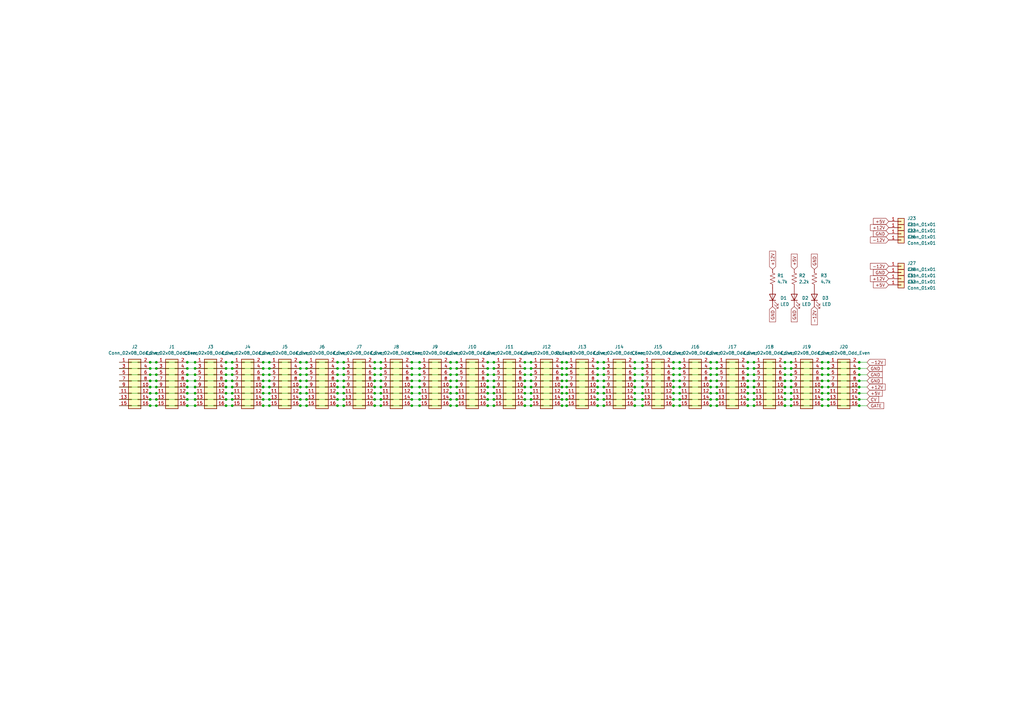
<source format=kicad_sch>
(kicad_sch (version 20230121) (generator eeschema)
  (paper "A3")
  (lib_symbols
    (symbol "Connector_Generic:Conn_01x01" (pin_names (offset 1.016) hide)
      (property "Reference" "J" (at 0 2.54 0))
      (property "Value" "Conn_01x01" (at 0 -2.54 0))
      (symbol "Conn_01x01_1_1"
        (rectangle (start -1.27 0.127) (end 0 -0.127) (stroke (width 0.1524)))
        (rectangle (start -1.27 1.27) (end 1.27 -1.27) (stroke (width 0.254)) (fill (type background)))
        (pin passive line (at -5.08 0 0) (length 3.81) (name "Pin_1") (number "1"))
      )
    )
    (symbol "Connector_Generic:Conn_02x08_Odd_Even" (pin_names (offset 1.016) hide)
      (property "Reference" "J" (at 1.27 10.16 0))
      (property "Value" "Conn_02x08_Odd_Even" (at 1.27 -12.7 0))
      (symbol "Conn_02x08_Odd_Even_1_1"
        (rectangle (start -1.27 -10.033) (end 0 -10.287) (stroke (width 0.1524)))
        (rectangle (start -1.27 -7.493) (end 0 -7.747) (stroke (width 0.1524)))
        (rectangle (start -1.27 -4.953) (end 0 -5.207) (stroke (width 0.1524)))
        (rectangle (start -1.27 -2.413) (end 0 -2.667) (stroke (width 0.1524)))
        (rectangle (start -1.27 0.127) (end 0 -0.127) (stroke (width 0.1524)))
        (rectangle (start -1.27 2.667) (end 0 2.413) (stroke (width 0.1524)))
        (rectangle (start -1.27 5.207) (end 0 4.953) (stroke (width 0.1524)))
        (rectangle (start -1.27 7.747) (end 0 7.493) (stroke (width 0.1524)))
        (rectangle (start -1.27 8.89) (end 3.81 -11.43) (stroke (width 0.254)) (fill (type background)))
        (rectangle (start 3.81 -10.033) (end 2.54 -10.287) (stroke (width 0.1524)))
        (rectangle (start 3.81 -7.493) (end 2.54 -7.747) (stroke (width 0.1524)))
        (rectangle (start 3.81 -4.953) (end 2.54 -5.207) (stroke (width 0.1524)))
        (rectangle (start 3.81 -2.413) (end 2.54 -2.667) (stroke (width 0.1524)))
        (rectangle (start 3.81 0.127) (end 2.54 -0.127) (stroke (width 0.1524)))
        (rectangle (start 3.81 2.667) (end 2.54 2.413) (stroke (width 0.1524)))
        (rectangle (start 3.81 5.207) (end 2.54 4.953) (stroke (width 0.1524)))
        (rectangle (start 3.81 7.747) (end 2.54 7.493) (stroke (width 0.1524)))
        (pin passive line (at -5.08 7.62 0) (length 3.81) (name "Pin_1") (number "1"))
        (pin passive line (at 7.62 -2.54 180) (length 3.81) (name "Pin_10") (number "10"))
        (pin passive line (at -5.08 -5.08 0) (length 3.81) (name "Pin_11") (number "11"))
        (pin passive line (at 7.62 -5.08 180) (length 3.81) (name "Pin_12") (number "12"))
        (pin passive line (at -5.08 -7.62 0) (length 3.81) (name "Pin_13") (number "13"))
        (pin passive line (at 7.62 -7.62 180) (length 3.81) (name "Pin_14") (number "14"))
        (pin passive line (at -5.08 -10.16 0) (length 3.81) (name "Pin_15") (number "15"))
        (pin passive line (at 7.62 -10.16 180) (length 3.81) (name "Pin_16") (number "16"))
        (pin passive line (at 7.62 7.62 180) (length 3.81) (name "Pin_2") (number "2"))
        (pin passive line (at -5.08 5.08 0) (length 3.81) (name "Pin_3") (number "3"))
        (pin passive line (at 7.62 5.08 180) (length 3.81) (name "Pin_4") (number "4"))
        (pin passive line (at -5.08 2.54 0) (length 3.81) (name "Pin_5") (number "5"))
        (pin passive line (at 7.62 2.54 180) (length 3.81) (name "Pin_6") (number "6"))
        (pin passive line (at -5.08 0 0) (length 3.81) (name "Pin_7") (number "7"))
        (pin passive line (at 7.62 0 180) (length 3.81) (name "Pin_8") (number "8"))
        (pin passive line (at -5.08 -2.54 0) (length 3.81) (name "Pin_9") (number "9"))
      )
    )
    (symbol "Device:LED" (pin_numbers hide) (pin_names (offset 1.016) hide)
      (property "Reference" "D" (at 0 2.54 0))
      (property "Value" "LED" (at 0 -2.54 0))
      (symbol "LED_0_1"
        (polyline (pts (xy -1.27 -1.27) (xy -1.27 1.27)) (stroke (width 0.254)))
        (polyline (pts (xy -1.27 0) (xy 1.27 0)))
        (polyline (pts (xy 1.27 -1.27) (xy 1.27 1.27) (xy -1.27 0) (xy 1.27 -1.27)) (stroke (width 0.254)))
        (polyline (pts (xy -3.048 -0.762) (xy -4.572 -2.286) (xy -3.81 -2.286) (xy -4.572 -2.286) (xy -4.572 -1.524)))
        (polyline (pts (xy -1.778 -0.762) (xy -3.302 -2.286) (xy -2.54 -2.286) (xy -3.302 -2.286) (xy -3.302 -1.524)))
      )
      (symbol "LED_1_1"
        (pin passive line (at -3.81 0 0) (length 2.54) (name "K") (number "1"))
        (pin passive line (at 3.81 0 180) (length 2.54) (name "A") (number "2"))
      )
    )
    (symbol "Device:R_US" (pin_numbers hide) (pin_names (offset 0))
      (property "Reference" "R" (at 2.54 0 90))
      (property "Value" "R_US" (at -2.54 0 90))
      (symbol "R_US_0_1"
        (polyline (pts (xy 0 -2.286) (xy 0 -2.54)))
        (polyline (pts (xy 0 2.286) (xy 0 2.54)))
        (polyline (pts (xy 0 -0.762) (xy 1.016 -1.143) (xy 0 -1.524) (xy -1.016 -1.905) (xy 0 -2.286)))
        (polyline (pts (xy 0 0.762) (xy 1.016 0.381) (xy 0 0) (xy -1.016 -0.381) (xy 0 -0.762)))
        (polyline (pts (xy 0 2.286) (xy 1.016 1.905) (xy 0 1.524) (xy -1.016 1.143) (xy 0 0.762)))
      )
      (symbol "R_US_1_1"
        (pin passive line (at 0 3.81 270) (length 1.27) (name "~") (number "1"))
        (pin passive line (at 0 -3.81 90) (length 1.27) (name "~") (number "2"))
      )
    )
  )
  (junction (at 76.835 166.37))
  (junction (at 324.485 163.83))
  (junction (at 324.485 158.75))
  (junction (at 187.325 151.13))
  (junction (at 202.565 156.21))
  (junction (at 263.525 158.75))
  (junction (at 339.725 163.83))
  (junction (at 61.595 163.83))
  (junction (at 168.91 151.13))
  (junction (at 123.19 153.67))
  (junction (at 168.91 153.67))
  (junction (at 64.135 156.21))
  (junction (at 138.43 153.67))
  (junction (at 339.725 148.59))
  (junction (at 306.705 158.75))
  (junction (at 168.91 148.59))
  (junction (at 140.97 151.13))
  (junction (at 92.71 163.83))
  (junction (at 294.005 151.13))
  (junction (at 172.085 161.29))
  (junction (at 123.19 156.21))
  (junction (at 140.97 158.75))
  (junction (at 245.11 156.21))
  (junction (at 263.525 148.59))
  (junction (at 321.945 158.75))
  (junction (at 276.225 163.83))
  (junction (at 200.025 166.37))
  (junction (at 92.71 156.21))
  (junction (at 309.245 158.75))
  (junction (at 247.65 153.67))
  (junction (at 215.265 153.67))
  (junction (at 138.43 156.21))
  (junction (at 247.65 161.29))
  (junction (at 80.01 161.29))
  (junction (at 278.765 161.29))
  (junction (at 245.11 161.29))
  (junction (at 217.805 151.13))
  (junction (at 324.485 161.29))
  (junction (at 200.025 161.29))
  (junction (at 247.65 158.75))
  (junction (at 156.21 161.29))
  (junction (at 294.005 161.29))
  (junction (at 123.19 158.75))
  (junction (at 245.11 148.59))
  (junction (at 168.91 161.29))
  (junction (at 276.225 151.13))
  (junction (at 232.41 158.75))
  (junction (at 291.465 148.59))
  (junction (at 202.565 158.75))
  (junction (at 232.41 166.37))
  (junction (at 306.705 151.13))
  (junction (at 230.505 151.13))
  (junction (at 276.225 158.75))
  (junction (at 187.325 158.75))
  (junction (at 245.11 153.67))
  (junction (at 260.35 153.67))
  (junction (at 291.465 166.37))
  (junction (at 217.805 166.37))
  (junction (at 64.135 158.75))
  (junction (at 276.225 156.21))
  (junction (at 217.805 163.83))
  (junction (at 110.49 156.21))
  (junction (at 324.485 166.37))
  (junction (at 153.67 151.13))
  (junction (at 95.25 158.75))
  (junction (at 337.185 163.83))
  (junction (at 230.505 161.29))
  (junction (at 260.35 163.83))
  (junction (at 321.945 151.13))
  (junction (at 138.43 148.59))
  (junction (at 278.765 158.75))
  (junction (at 187.325 148.59))
  (junction (at 168.91 166.37))
  (junction (at 92.71 148.59))
  (junction (at 153.67 166.37))
  (junction (at 187.325 161.29))
  (junction (at 247.65 166.37))
  (junction (at 339.725 151.13))
  (junction (at 260.35 161.29))
  (junction (at 172.085 163.83))
  (junction (at 324.485 148.59))
  (junction (at 156.21 166.37))
  (junction (at 80.01 148.59))
  (junction (at 187.325 166.37))
  (junction (at 80.01 158.75))
  (junction (at 247.65 148.59))
  (junction (at 138.43 163.83))
  (junction (at 156.21 158.75))
  (junction (at 168.91 158.75))
  (junction (at 107.95 153.67))
  (junction (at 245.11 158.75))
  (junction (at 76.835 151.13))
  (junction (at 321.945 163.83))
  (junction (at 215.265 158.75))
  (junction (at 200.025 163.83))
  (junction (at 337.185 153.67))
  (junction (at 276.225 153.67))
  (junction (at 291.465 153.67))
  (junction (at 92.71 161.29))
  (junction (at 123.19 148.59))
  (junction (at 64.135 161.29))
  (junction (at 184.785 153.67))
  (junction (at 172.085 148.59))
  (junction (at 217.805 158.75))
  (junction (at 172.085 156.21))
  (junction (at 321.945 156.21))
  (junction (at 337.185 151.13))
  (junction (at 215.265 151.13))
  (junction (at 352.425 156.21))
  (junction (at 125.73 163.83))
  (junction (at 80.01 163.83))
  (junction (at 110.49 153.67))
  (junction (at 352.425 166.37))
  (junction (at 278.765 151.13))
  (junction (at 95.25 153.67))
  (junction (at 187.325 153.67))
  (junction (at 276.225 166.37))
  (junction (at 184.785 166.37))
  (junction (at 140.97 161.29))
  (junction (at 140.97 166.37))
  (junction (at 184.785 163.83))
  (junction (at 200.025 158.75))
  (junction (at 80.01 166.37))
  (junction (at 61.595 153.67))
  (junction (at 107.95 166.37))
  (junction (at 187.325 156.21))
  (junction (at 352.425 163.83))
  (junction (at 352.425 148.59))
  (junction (at 324.485 156.21))
  (junction (at 123.19 161.29))
  (junction (at 291.465 158.75))
  (junction (at 260.35 156.21))
  (junction (at 232.41 153.67))
  (junction (at 184.785 156.21))
  (junction (at 95.25 151.13))
  (junction (at 278.765 153.67))
  (junction (at 309.245 153.67))
  (junction (at 321.945 153.67))
  (junction (at 215.265 161.29))
  (junction (at 95.25 156.21))
  (junction (at 230.505 163.83))
  (junction (at 168.91 163.83))
  (junction (at 125.73 166.37))
  (junction (at 217.805 161.29))
  (junction (at 278.765 156.21))
  (junction (at 110.49 161.29))
  (junction (at 232.41 163.83))
  (junction (at 107.95 161.29))
  (junction (at 230.505 156.21))
  (junction (at 153.67 156.21))
  (junction (at 110.49 166.37))
  (junction (at 172.085 166.37))
  (junction (at 184.785 151.13))
  (junction (at 110.49 158.75))
  (junction (at 291.465 163.83))
  (junction (at 80.01 151.13))
  (junction (at 278.765 166.37))
  (junction (at 110.49 151.13))
  (junction (at 76.835 156.21))
  (junction (at 138.43 151.13))
  (junction (at 263.525 153.67))
  (junction (at 263.525 156.21))
  (junction (at 232.41 161.29))
  (junction (at 230.505 158.75))
  (junction (at 337.185 158.75))
  (junction (at 294.005 153.67))
  (junction (at 215.265 166.37))
  (junction (at 247.65 151.13))
  (junction (at 232.41 148.59))
  (junction (at 309.245 163.83))
  (junction (at 202.565 151.13))
  (junction (at 92.71 153.67))
  (junction (at 339.725 166.37))
  (junction (at 156.21 156.21))
  (junction (at 138.43 166.37))
  (junction (at 247.65 163.83))
  (junction (at 110.49 148.59))
  (junction (at 123.19 163.83))
  (junction (at 352.425 161.29))
  (junction (at 324.485 151.13))
  (junction (at 200.025 151.13))
  (junction (at 125.73 161.29))
  (junction (at 278.765 163.83))
  (junction (at 184.785 158.75))
  (junction (at 95.25 161.29))
  (junction (at 306.705 163.83))
  (junction (at 337.185 161.29))
  (junction (at 291.465 151.13))
  (junction (at 80.01 153.67))
  (junction (at 61.595 148.59))
  (junction (at 276.225 161.29))
  (junction (at 309.245 148.59))
  (junction (at 291.465 161.29))
  (junction (at 61.595 158.75))
  (junction (at 260.35 148.59))
  (junction (at 172.085 158.75))
  (junction (at 107.95 156.21))
  (junction (at 294.005 166.37))
  (junction (at 321.945 148.59))
  (junction (at 306.705 148.59))
  (junction (at 306.705 153.67))
  (junction (at 140.97 163.83))
  (junction (at 202.565 163.83))
  (junction (at 140.97 153.67))
  (junction (at 339.725 153.67))
  (junction (at 202.565 153.67))
  (junction (at 263.525 166.37))
  (junction (at 156.21 151.13))
  (junction (at 61.595 151.13))
  (junction (at 217.805 153.67))
  (junction (at 95.25 148.59))
  (junction (at 245.11 166.37))
  (junction (at 92.71 151.13))
  (junction (at 352.425 151.13))
  (junction (at 260.35 151.13))
  (junction (at 125.73 153.67))
  (junction (at 306.705 156.21))
  (junction (at 321.945 166.37))
  (junction (at 107.95 158.75))
  (junction (at 153.67 163.83))
  (junction (at 156.21 153.67))
  (junction (at 156.21 163.83))
  (junction (at 294.005 156.21))
  (junction (at 309.245 161.29))
  (junction (at 61.595 161.29))
  (junction (at 184.785 148.59))
  (junction (at 156.21 148.59))
  (junction (at 172.085 153.67))
  (junction (at 215.265 156.21))
  (junction (at 309.245 151.13))
  (junction (at 352.425 153.67))
  (junction (at 200.025 156.21))
  (junction (at 138.43 161.29))
  (junction (at 125.73 148.59))
  (junction (at 95.25 163.83))
  (junction (at 215.265 148.59))
  (junction (at 140.97 148.59))
  (junction (at 80.01 156.21))
  (junction (at 202.565 161.29))
  (junction (at 92.71 166.37))
  (junction (at 95.25 166.37))
  (junction (at 125.73 151.13))
  (junction (at 76.835 153.67))
  (junction (at 306.705 161.29))
  (junction (at 107.95 163.83))
  (junction (at 76.835 158.75))
  (junction (at 153.67 161.29))
  (junction (at 92.71 158.75))
  (junction (at 153.67 153.67))
  (junction (at 245.11 151.13))
  (junction (at 294.005 163.83))
  (junction (at 339.725 161.29))
  (junction (at 125.73 158.75))
  (junction (at 245.11 163.83))
  (junction (at 321.945 161.29))
  (junction (at 276.225 148.59))
  (junction (at 232.41 151.13))
  (junction (at 294.005 148.59))
  (junction (at 217.805 148.59))
  (junction (at 230.505 148.59))
  (junction (at 200.025 153.67))
  (junction (at 184.785 161.29))
  (junction (at 107.95 148.59))
  (junction (at 337.185 166.37))
  (junction (at 168.91 156.21))
  (junction (at 64.135 163.83))
  (junction (at 76.835 148.59))
  (junction (at 153.67 158.75))
  (junction (at 291.465 156.21))
  (junction (at 306.705 166.37))
  (junction (at 61.595 156.21))
  (junction (at 263.525 151.13))
  (junction (at 247.65 156.21))
  (junction (at 64.135 166.37))
  (junction (at 309.245 156.21))
  (junction (at 260.35 166.37))
  (junction (at 202.565 166.37))
  (junction (at 202.565 148.59))
  (junction (at 263.525 161.29))
  (junction (at 215.265 163.83))
  (junction (at 230.505 153.67))
  (junction (at 64.135 151.13))
  (junction (at 138.43 158.75))
  (junction (at 187.325 163.83))
  (junction (at 352.425 158.75))
  (junction (at 260.35 158.75))
  (junction (at 64.135 148.59))
  (junction (at 232.41 156.21))
  (junction (at 337.185 148.59))
  (junction (at 294.005 158.75))
  (junction (at 278.765 148.59))
  (junction (at 324.485 153.67))
  (junction (at 140.97 156.21))
  (junction (at 153.67 148.59))
  (junction (at 123.19 151.13))
  (junction (at 110.49 163.83))
  (junction (at 61.595 166.37))
  (junction (at 123.19 166.37))
  (junction (at 76.835 163.83))
  (junction (at 263.525 163.83))
  (junction (at 172.085 151.13))
  (junction (at 200.025 148.59))
  (junction (at 230.505 166.37))
  (junction (at 64.135 153.67))
  (junction (at 76.835 161.29))
  (junction (at 339.725 158.75))
  (junction (at 309.245 166.37))
  (junction (at 339.725 156.21))
  (junction (at 217.805 156.21))
  (junction (at 125.73 156.21))
  (junction (at 337.185 156.21))
  (junction (at 107.95 151.13))
  (wire (pts (xy 291.465 163.83) (xy 278.765 163.83)))
  (wire (pts (xy 278.765 161.29) (xy 276.225 161.29)))
  (wire (pts (xy 64.135 153.67) (xy 61.595 153.67)))
  (wire (pts (xy 138.43 163.83) (xy 125.73 163.83)))
  (wire (pts (xy 291.465 156.21) (xy 278.765 156.21)))
  (wire (pts (xy 291.465 158.75) (xy 278.765 158.75)))
  (wire (pts (xy 247.65 163.83) (xy 245.11 163.83)))
  (wire (pts (xy 200.025 166.37) (xy 187.325 166.37)))
  (wire (pts (xy 64.135 161.29) (xy 61.595 161.29)))
  (wire (pts (xy 294.005 151.13) (xy 291.465 151.13)))
  (wire (pts (xy 215.265 166.37) (xy 202.565 166.37)))
  (wire (pts (xy 324.485 156.21) (xy 321.945 156.21)))
  (wire (pts (xy 337.185 161.29) (xy 324.485 161.29)))
  (wire (pts (xy 76.835 156.21) (xy 64.135 156.21)))
  (wire (pts (xy 64.135 166.37) (xy 61.595 166.37)))
  (wire (pts (xy 168.91 153.67) (xy 156.21 153.67)))
  (wire (pts (xy 200.025 158.75) (xy 187.325 158.75)))
  (wire (pts (xy 217.805 161.29) (xy 215.265 161.29)))
  (wire (pts (xy 230.505 156.21) (xy 217.805 156.21)))
  (wire (pts (xy 217.805 158.75) (xy 215.265 158.75)))
  (wire (pts (xy 339.725 148.59) (xy 337.185 148.59)))
  (wire (pts (xy 245.11 156.21) (xy 232.41 156.21)))
  (wire (pts (xy 125.73 153.67) (xy 123.19 153.67)))
  (wire (pts (xy 352.425 151.13) (xy 339.725 151.13)))
  (wire (pts (xy 107.95 151.13) (xy 95.25 151.13)))
  (wire (pts (xy 200.025 153.67) (xy 187.325 153.67)))
  (wire (pts (xy 309.245 166.37) (xy 306.705 166.37)))
  (wire (pts (xy 263.525 161.29) (xy 260.35 161.29)))
  (wire (pts (xy 260.35 151.13) (xy 247.65 151.13)))
  (wire (pts (xy 260.35 161.29) (xy 247.65 161.29)))
  (wire (pts (xy 184.785 163.83) (xy 172.085 163.83)))
  (wire (pts (xy 187.325 158.75) (xy 184.785 158.75)))
  (wire (pts (xy 355.6 166.37) (xy 352.425 166.37)))
  (wire (pts (xy 172.085 166.37) (xy 168.91 166.37)))
  (wire (pts (xy 80.01 148.59) (xy 76.835 148.59)))
  (wire (pts (xy 168.91 161.29) (xy 156.21 161.29)))
  (wire (pts (xy 123.19 158.75) (xy 110.49 158.75)))
  (wire (pts (xy 140.97 156.21) (xy 138.43 156.21)))
  (wire (pts (xy 138.43 166.37) (xy 125.73 166.37)))
  (wire (pts (xy 291.465 166.37) (xy 278.765 166.37)))
  (wire (pts (xy 355.6 156.21) (xy 352.425 156.21)))
  (wire (pts (xy 138.43 156.21) (xy 125.73 156.21)))
  (wire (pts (xy 168.91 166.37) (xy 156.21 166.37)))
  (wire (pts (xy 230.505 163.83) (xy 217.805 163.83)))
  (wire (pts (xy 110.49 161.29) (xy 107.95 161.29)))
  (wire (pts (xy 168.91 163.83) (xy 156.21 163.83)))
  (wire (pts (xy 125.73 163.83) (xy 123.19 163.83)))
  (wire (pts (xy 215.265 158.75) (xy 202.565 158.75)))
  (wire (pts (xy 247.65 161.29) (xy 245.11 161.29)))
  (wire (pts (xy 110.49 153.67) (xy 107.95 153.67)))
  (wire (pts (xy 187.325 151.13) (xy 184.785 151.13)))
  (wire (pts (xy 263.525 166.37) (xy 260.35 166.37)))
  (wire (pts (xy 92.71 153.67) (xy 80.01 153.67)))
  (wire (pts (xy 125.73 151.13) (xy 123.19 151.13)))
  (wire (pts (xy 230.505 158.75) (xy 217.805 158.75)))
  (wire (pts (xy 230.505 153.67) (xy 217.805 153.67)))
  (wire (pts (xy 92.71 156.21) (xy 80.01 156.21)))
  (wire (pts (xy 215.265 153.67) (xy 202.565 153.67)))
  (wire (pts (xy 306.705 153.67) (xy 294.005 153.67)))
  (wire (pts (xy 260.35 148.59) (xy 247.65 148.59)))
  (wire (pts (xy 355.6 153.67) (xy 352.425 153.67)))
  (wire (pts (xy 306.705 161.29) (xy 294.005 161.29)))
  (wire (pts (xy 172.085 163.83) (xy 168.91 163.83)))
  (wire (pts (xy 153.67 161.29) (xy 140.97 161.29)))
  (wire (pts (xy 291.465 161.29) (xy 278.765 161.29)))
  (wire (pts (xy 309.245 148.59) (xy 306.705 148.59)))
  (wire (pts (xy 306.705 158.75) (xy 294.005 158.75)))
  (wire (pts (xy 172.085 156.21) (xy 168.91 156.21)))
  (wire (pts (xy 153.67 151.13) (xy 156.21 151.13)))
  (wire (pts (xy 92.71 161.29) (xy 95.25 161.29)))
  (wire (pts (xy 339.725 151.13) (xy 337.185 151.13)))
  (wire (pts (xy 200.025 156.21) (xy 187.325 156.21)))
  (wire (pts (xy 339.725 153.67) (xy 337.185 153.67)))
  (wire (pts (xy 95.25 163.83) (xy 92.71 163.83)))
  (wire (pts (xy 202.565 166.37) (xy 200.025 166.37)))
  (wire (pts (xy 140.97 153.67) (xy 138.43 153.67)))
  (wire (pts (xy 215.265 148.59) (xy 202.565 148.59)))
  (wire (pts (xy 352.425 148.59) (xy 339.725 148.59)))
  (wire (pts (xy 80.01 166.37) (xy 76.835 166.37)))
  (wire (pts (xy 260.35 153.67) (xy 247.65 153.67)))
  (wire (pts (xy 215.265 151.13) (xy 202.565 151.13)))
  (wire (pts (xy 92.71 148.59) (xy 80.01 148.59)))
  (wire (pts (xy 61.595 166.37) (xy 48.895 166.37)))
  (wire (pts (xy 140.97 156.21) (xy 153.67 156.21)))
  (wire (pts (xy 217.805 156.21) (xy 215.265 156.21)))
  (wire (pts (xy 110.49 158.75) (xy 107.95 158.75)))
  (wire (pts (xy 217.805 148.59) (xy 215.265 148.59)))
  (wire (pts (xy 156.21 148.59) (xy 153.67 148.59)))
  (wire (pts (xy 309.245 151.13) (xy 306.705 151.13)))
  (wire (pts (xy 294.005 156.21) (xy 291.465 156.21)))
  (wire (pts (xy 184.785 166.37) (xy 172.085 166.37)))
  (wire (pts (xy 138.43 161.29) (xy 125.73 161.29)))
  (wire (pts (xy 80.01 151.13) (xy 76.835 151.13)))
  (wire (pts (xy 263.525 153.67) (xy 260.35 153.67)))
  (wire (pts (xy 123.19 166.37) (xy 110.49 166.37)))
  (wire (pts (xy 138.43 153.67) (xy 125.73 153.67)))
  (wire (pts (xy 61.595 163.83) (xy 48.895 163.83)))
  (wire (pts (xy 184.785 148.59) (xy 172.085 148.59)))
  (wire (pts (xy 107.95 153.67) (xy 95.25 153.67)))
  (wire (pts (xy 260.35 166.37) (xy 247.65 166.37)))
  (wire (pts (xy 202.565 158.75) (xy 200.025 158.75)))
  (wire (pts (xy 125.73 156.21) (xy 123.19 156.21)))
  (wire (pts (xy 153.67 153.67) (xy 140.97 153.67)))
  (wire (pts (xy 125.73 148.59) (xy 123.19 148.59)))
  (wire (pts (xy 110.49 151.13) (xy 107.95 151.13)))
  (wire (pts (xy 168.91 156.21) (xy 156.21 156.21)))
  (wire (pts (xy 321.945 153.67) (xy 309.245 153.67)))
  (wire (pts (xy 260.35 158.75) (xy 247.65 158.75)))
  (wire (pts (xy 76.835 158.75) (xy 64.135 158.75)))
  (wire (pts (xy 153.67 163.83) (xy 140.97 163.83)))
  (wire (pts (xy 291.465 148.59) (xy 278.765 148.59)))
  (wire (pts (xy 230.505 161.29) (xy 217.805 161.29)))
  (wire (pts (xy 321.945 166.37) (xy 309.245 166.37)))
  (wire (pts (xy 187.325 161.29) (xy 184.785 161.29)))
  (wire (pts (xy 140.97 158.75) (xy 138.43 158.75)))
  (wire (pts (xy 156.21 151.13) (xy 168.91 151.13)))
  (wire (pts (xy 276.225 156.21) (xy 263.525 156.21)))
  (wire (pts (xy 217.805 151.13) (xy 215.265 151.13)))
  (wire (pts (xy 200.025 163.83) (xy 187.325 163.83)))
  (wire (pts (xy 352.425 163.83) (xy 339.725 163.83)))
  (wire (pts (xy 125.73 158.75) (xy 123.19 158.75)))
  (wire (pts (xy 125.73 161.29) (xy 123.19 161.29)))
  (wire (pts (xy 80.01 153.67) (xy 76.835 153.67)))
  (wire (pts (xy 107.95 148.59) (xy 95.25 148.59)))
  (wire (pts (xy 321.945 161.29) (xy 309.245 161.29)))
  (wire (pts (xy 140.97 163.83) (xy 138.43 163.83)))
  (wire (pts (xy 138.43 151.13) (xy 125.73 151.13)))
  (wire (pts (xy 215.265 163.83) (xy 202.565 163.83)))
  (wire (pts (xy 64.135 148.59) (xy 61.595 148.59)))
  (wire (pts (xy 276.225 148.59) (xy 278.765 148.59)))
  (wire (pts (xy 140.97 148.59) (xy 138.43 148.59)))
  (wire (pts (xy 245.11 163.83) (xy 232.41 163.83)))
  (wire (pts (xy 352.425 166.37) (xy 339.725 166.37)))
  (wire (pts (xy 232.41 153.67) (xy 230.505 153.67)))
  (wire (pts (xy 107.95 163.83) (xy 95.25 163.83)))
  (wire (pts (xy 202.565 148.59) (xy 200.025 148.59)))
  (wire (pts (xy 245.11 151.13) (xy 232.41 151.13)))
  (wire (pts (xy 95.25 158.75) (xy 92.71 158.75)))
  (wire (pts (xy 202.565 163.83) (xy 200.025 163.83)))
  (wire (pts (xy 339.725 163.83) (xy 337.185 163.83)))
  (wire (pts (xy 294.005 161.29) (xy 291.465 161.29)))
  (wire (pts (xy 278.765 151.13) (xy 276.225 151.13)))
  (wire (pts (xy 202.565 161.29) (xy 200.025 161.29)))
  (wire (pts (xy 309.245 163.83) (xy 306.705 163.83)))
  (wire (pts (xy 321.945 148.59) (xy 324.485 148.59)))
  (wire (pts (xy 247.65 163.83) (xy 260.35 163.83)))
  (wire (pts (xy 276.225 166.37) (xy 263.525 166.37)))
  (wire (pts (xy 172.085 161.29) (xy 168.91 161.29)))
  (wire (pts (xy 247.65 153.67) (xy 245.11 153.67)))
  (wire (pts (xy 276.225 151.13) (xy 263.525 151.13)))
  (wire (pts (xy 306.705 163.83) (xy 294.005 163.83)))
  (wire (pts (xy 153.67 166.37) (xy 140.97 166.37)))
  (wire (pts (xy 232.41 158.75) (xy 230.505 158.75)))
  (wire (pts (xy 215.265 161.29) (xy 202.565 161.29)))
  (wire (pts (xy 232.41 161.29) (xy 230.505 161.29)))
  (wire (pts (xy 156.21 161.29) (xy 153.67 161.29)))
  (wire (pts (xy 337.185 158.75) (xy 324.485 158.75)))
  (wire (pts (xy 245.11 158.75) (xy 232.41 158.75)))
  (wire (pts (xy 276.225 158.75) (xy 263.525 158.75)))
  (wire (pts (xy 92.71 161.29) (xy 80.01 161.29)))
  (wire (pts (xy 324.485 163.83) (xy 321.945 163.83)))
  (wire (pts (xy 291.465 153.67) (xy 278.765 153.67)))
  (wire (pts (xy 153.67 151.13) (xy 140.97 151.13)))
  (wire (pts (xy 138.43 148.59) (xy 125.73 148.59)))
  (wire (pts (xy 76.835 163.83) (xy 64.135 163.83)))
  (wire (pts (xy 245.11 148.59) (xy 232.41 148.59)))
  (wire (pts (xy 125.73 166.37) (xy 123.19 166.37)))
  (wire (pts (xy 260.35 158.75) (xy 263.525 158.75)))
  (wire (pts (xy 187.325 163.83) (xy 184.785 163.83)))
  (wire (pts (xy 352.425 158.75) (xy 339.725 158.75)))
  (wire (pts (xy 232.41 151.13) (xy 230.505 151.13)))
  (wire (pts (xy 321.945 163.83) (xy 309.245 163.83)))
  (wire (pts (xy 337.185 148.59) (xy 324.485 148.59)))
  (wire (pts (xy 352.425 156.21) (xy 339.725 156.21)))
  (wire (pts (xy 140.97 161.29) (xy 138.43 161.29)))
  (wire (pts (xy 123.19 151.13) (xy 110.49 151.13)))
  (wire (pts (xy 107.95 158.75) (xy 95.25 158.75)))
  (wire (pts (xy 200.025 148.59) (xy 187.325 148.59)))
  (wire (pts (xy 107.95 161.29) (xy 95.25 161.29)))
  (wire (pts (xy 92.71 163.83) (xy 80.01 163.83)))
  (wire (pts (xy 61.595 151.13) (xy 48.895 151.13)))
  (wire (pts (xy 140.97 148.59) (xy 153.67 148.59)))
  (wire (pts (xy 61.595 153.67) (xy 48.895 153.67)))
  (wire (pts (xy 355.6 158.75) (xy 352.425 158.75)))
  (wire (pts (xy 352.425 153.67) (xy 339.725 153.67)))
  (wire (pts (xy 202.565 151.13) (xy 200.025 151.13)))
  (wire (pts (xy 324.485 151.13) (xy 321.945 151.13)))
  (wire (pts (xy 184.785 158.75) (xy 172.085 158.75)))
  (wire (pts (xy 291.465 151.13) (xy 278.765 151.13)))
  (wire (pts (xy 123.19 161.29) (xy 110.49 161.29)))
  (wire (pts (xy 172.085 151.13) (xy 168.91 151.13)))
  (wire (pts (xy 217.805 166.37) (xy 215.265 166.37)))
  (wire (pts (xy 215.265 156.21) (xy 202.565 156.21)))
  (wire (pts (xy 153.67 158.75) (xy 140.97 158.75)))
  (wire (pts (xy 339.725 161.29) (xy 337.185 161.29)))
  (wire (pts (xy 138.43 158.75) (xy 125.73 158.75)))
  (wire (pts (xy 156.21 153.67) (xy 153.67 153.67)))
  (wire (pts (xy 230.505 148.59) (xy 232.41 148.59)))
  (wire (pts (xy 107.95 166.37) (xy 95.25 166.37)))
  (wire (pts (xy 110.49 163.83) (xy 107.95 163.83)))
  (wire (pts (xy 337.185 151.13) (xy 324.485 151.13)))
  (wire (pts (xy 76.835 151.13) (xy 64.135 151.13)))
  (wire (pts (xy 294.005 158.75) (xy 291.465 158.75)))
  (wire (pts (xy 321.945 156.21) (xy 309.245 156.21)))
  (wire (pts (xy 95.25 151.13) (xy 92.71 151.13)))
  (wire (pts (xy 263.525 151.13) (xy 260.35 151.13)))
  (wire (pts (xy 247.65 151.13) (xy 245.11 151.13)))
  (wire (pts (xy 184.785 151.13) (xy 172.085 151.13)))
  (wire (pts (xy 80.01 156.21) (xy 76.835 156.21)))
  (wire (pts (xy 184.785 161.29) (xy 172.085 161.29)))
  (wire (pts (xy 61.595 158.75) (xy 48.895 158.75)))
  (wire (pts (xy 61.595 156.21) (xy 48.895 156.21)))
  (wire (pts (xy 245.11 166.37) (xy 232.41 166.37)))
  (wire (pts (xy 306.705 156.21) (xy 294.005 156.21)))
  (wire (pts (xy 200.025 151.13) (xy 187.325 151.13)))
  (wire (pts (xy 172.085 158.75) (xy 168.91 158.75)))
  (wire (pts (xy 294.005 163.83) (xy 291.465 163.83)))
  (wire (pts (xy 337.185 166.37) (xy 324.485 166.37)))
  (wire (pts (xy 321.945 148.59) (xy 309.245 148.59)))
  (wire (pts (xy 321.945 158.75) (xy 309.245 158.75)))
  (wire (pts (xy 110.49 148.59) (xy 107.95 148.59)))
  (wire (pts (xy 247.65 158.75) (xy 245.11 158.75)))
  (wire (pts (xy 276.225 156.21) (xy 278.765 156.21)))
  (wire (pts (xy 355.6 163.83) (xy 352.425 163.83)))
  (wire (pts (xy 355.6 161.29) (xy 352.425 161.29)))
  (wire (pts (xy 230.505 151.13) (xy 217.805 151.13)))
  (wire (pts (xy 337.185 163.83) (xy 324.485 163.83)))
  (wire (pts (xy 276.225 148.59) (xy 263.525 148.59)))
  (wire (pts (xy 95.25 156.21) (xy 92.71 156.21)))
  (wire (pts (xy 245.11 148.59) (xy 247.65 148.59)))
  (wire (pts (xy 294.005 153.67) (xy 291.465 153.67)))
  (wire (pts (xy 80.01 161.29) (xy 76.835 161.29)))
  (wire (pts (xy 80.01 158.75) (xy 76.835 158.75)))
  (wire (pts (xy 76.835 148.59) (xy 64.135 148.59)))
  (wire (pts (xy 355.6 148.59) (xy 352.425 148.59)))
  (wire (pts (xy 245.11 153.67) (xy 232.41 153.67)))
  (wire (pts (xy 64.135 156.21) (xy 61.595 156.21)))
  (wire (pts (xy 337.185 153.67) (xy 324.485 153.67)))
  (wire (pts (xy 168.91 158.75) (xy 156.21 158.75)))
  (wire (pts (xy 309.245 153.67) (xy 306.705 153.67)))
  (wire (pts (xy 184.785 153.67) (xy 172.085 153.67)))
  (wire (pts (xy 217.805 153.67) (xy 215.265 153.67)))
  (wire (pts (xy 263.525 163.83) (xy 260.35 163.83)))
  (wire (pts (xy 187.325 153.67) (xy 184.785 153.67)))
  (wire (pts (xy 324.485 158.75) (xy 321.945 158.75)))
  (wire (pts (xy 278.765 166.37) (xy 276.225 166.37)))
  (wire (pts (xy 321.945 151.13) (xy 309.245 151.13)))
  (wire (pts (xy 156.21 158.75) (xy 153.67 158.75)))
  (wire (pts (xy 263.525 156.21) (xy 260.35 156.21)))
  (wire (pts (xy 309.245 161.29) (xy 306.705 161.29)))
  (wire (pts (xy 306.705 151.13) (xy 294.005 151.13)))
  (wire (pts (xy 156.21 156.21) (xy 153.67 156.21)))
  (wire (pts (xy 309.245 156.21) (xy 306.705 156.21)))
  (wire (pts (xy 172.085 148.59) (xy 168.91 148.59)))
  (wire (pts (xy 172.085 156.21) (xy 184.785 156.21)))
  (wire (pts (xy 306.705 166.37) (xy 294.005 166.37)))
  (wire (pts (xy 230.505 166.37) (xy 217.805 166.37)))
  (wire (pts (xy 247.65 156.21) (xy 245.11 156.21)))
  (wire (pts (xy 232.41 156.21) (xy 230.505 156.21)))
  (wire (pts (xy 110.49 166.37) (xy 107.95 166.37)))
  (wire (pts (xy 95.25 166.37) (xy 92.71 166.37)))
  (wire (pts (xy 232.41 163.83) (xy 230.505 163.83)))
  (wire (pts (xy 306.705 148.59) (xy 294.005 148.59)))
  (wire (pts (xy 110.49 153.67) (xy 123.19 153.67)))
  (wire (pts (xy 202.565 153.67) (xy 200.025 153.67)))
  (wire (pts (xy 278.765 158.75) (xy 276.225 158.75)))
  (wire (pts (xy 278.765 163.83) (xy 276.225 163.83)))
  (wire (pts (xy 92.71 166.37) (xy 80.01 166.37)))
  (wire (pts (xy 123.19 163.83) (xy 110.49 163.83)))
  (wire (pts (xy 276.225 153.67) (xy 263.525 153.67)))
  (wire (pts (xy 76.835 166.37) (xy 64.135 166.37)))
  (wire (pts (xy 64.135 151.13) (xy 61.595 151.13)))
  (wire (pts (xy 76.835 161.29) (xy 64.135 161.29)))
  (wire (pts (xy 168.91 148.59) (xy 156.21 148.59)))
  (wire (pts (xy 61.595 148.59) (xy 48.895 148.59)))
  (wire (pts (xy 107.95 156.21) (xy 95.25 156.21)))
  (wire (pts (xy 217.805 163.83) (xy 215.265 163.83)))
  (wire (pts (xy 337.185 156.21) (xy 324.485 156.21)))
  (wire (pts (xy 187.325 156.21) (xy 184.785 156.21)))
  (wire (pts (xy 64.135 163.83) (xy 61.595 163.83)))
  (wire (pts (xy 123.19 156.21) (xy 110.49 156.21)))
  (wire (pts (xy 95.25 153.67) (xy 92.71 153.67)))
  (wire (pts (xy 260.35 156.21) (xy 247.65 156.21)))
  (wire (pts (xy 355.6 151.13) (xy 352.425 151.13)))
  (wire (pts (xy 92.71 158.75) (xy 80.01 158.75)))
  (wire (pts (xy 110.49 156.21) (xy 107.95 156.21)))
  (wire (pts (xy 339.725 156.21) (xy 337.185 156.21)))
  (wire (pts (xy 339.725 158.75) (xy 337.185 158.75)))
  (wire (pts (xy 123.19 148.59) (xy 110.49 148.59)))
  (wire (pts (xy 324.485 166.37) (xy 321.945 166.37)))
  (wire (pts (xy 352.425 161.29) (xy 339.725 161.29)))
  (wire (pts (xy 61.595 161.29) (xy 48.895 161.29)))
  (wire (pts (xy 80.01 163.83) (xy 76.835 163.83)))
  (wire (pts (xy 276.225 161.29) (xy 263.525 161.29)))
  (wire (pts (xy 187.325 166.37) (xy 184.785 166.37)))
  (wire (pts (xy 140.97 166.37) (xy 138.43 166.37)))
  (wire (pts (xy 324.485 153.67) (xy 321.945 153.67)))
  (wire (pts (xy 76.835 153.67) (xy 64.135 153.67)))
  (wire (pts (xy 202.565 156.21) (xy 200.025 156.21)))
  (wire (pts (xy 245.11 161.29) (xy 232.41 161.29)))
  (wire (pts (xy 339.725 166.37) (xy 337.185 166.37)))
  (wire (pts (xy 92.71 151.13) (xy 80.01 151.13)))
  (wire (pts (xy 95.25 148.59) (xy 92.71 148.59)))
  (wire (pts (xy 172.085 153.67) (xy 168.91 153.67)))
  (wire (pts (xy 200.025 161.29) (xy 187.325 161.29)))
  (wire (pts (xy 153.67 166.37) (xy 156.21 166.37)))
  (wire (pts (xy 309.245 158.75) (xy 306.705 158.75)))
  (wire (pts (xy 294.005 166.37) (xy 291.465 166.37)))
  (wire (pts (xy 294.005 148.59) (xy 291.465 148.59)))
  (wire (pts (xy 324.485 161.29) (xy 321.945 161.29)))
  (wire (pts (xy 232.41 166.37) (xy 230.505 166.37)))
  (wire (pts (xy 64.135 158.75) (xy 61.595 158.75)))
  (wire (pts (xy 276.225 163.83) (xy 263.525 163.83)))
  (wire (pts (xy 140.97 151.13) (xy 138.43 151.13)))
  (wire (pts (xy 187.325 148.59) (xy 184.785 148.59)))
  (wire (pts (xy 247.65 166.37) (xy 245.11 166.37)))
  (wire (pts (xy 230.505 148.59) (xy 217.805 148.59)))
  (wire (pts (xy 263.525 148.59) (xy 260.35 148.59)))
  (wire (pts (xy 278.765 153.67) (xy 276.225 153.67)))
  (wire (pts (xy 156.21 163.83) (xy 153.67 163.83)))
  (global_label "+5V" (shape input) (at 355.6 161.29 0) (property "Intersheetrefs" "${INTERSHEET_REFS}" (effects hide)))
  (global_label "GND" (shape input) (at 364.49 95.885 180) (property "Intersheetrefs" "${INTERSHEET_REFS}" (effects hide)))
  (global_label "GND" (shape input) (at 316.865 125.73 270) (property "Intersheetrefs" "${INTERSHEET_REFS}" (effects hide)))
  (global_label "+5V" (shape input) (at 364.49 90.805 180) (property "Intersheetrefs" "${INTERSHEET_REFS}" (effects hide)))
  (global_label "+12V" (shape input) (at 316.865 110.49 90) (property "Intersheetrefs" "${INTERSHEET_REFS}" (effects hide)))
  (global_label "GND" (shape input) (at 355.6 151.13 0) (property "Intersheetrefs" "${INTERSHEET_REFS}" (effects hide)))
  (global_label "CV" (shape input) (at 355.6 163.83 0) (property "Intersheetrefs" "${INTERSHEET_REFS}" (effects hide)))
  (global_label "-12V" (shape input) (at 334.01 125.73 270) (property "Intersheetrefs" "${INTERSHEET_REFS}" (effects hide)))
  (global_label "+12V" (shape input) (at 364.49 114.3 180) (property "Intersheetrefs" "${INTERSHEET_REFS}" (effects hide)))
  (global_label "+12V" (shape input) (at 364.49 93.345 180) (property "Intersheetrefs" "${INTERSHEET_REFS}" (effects hide)))
  (global_label "GND" (shape input) (at 334.01 110.49 90) (property "Intersheetrefs" "${INTERSHEET_REFS}" (effects hide)))
  (global_label "-12V" (shape input) (at 355.6 148.59 0) (property "Intersheetrefs" "${INTERSHEET_REFS}" (effects hide)))
  (global_label "GATE" (shape input) (at 355.6 166.37 0) (property "Intersheetrefs" "${INTERSHEET_REFS}" (effects hide)))
  (global_label "-12V" (shape input) (at 364.49 109.22 180) (property "Intersheetrefs" "${INTERSHEET_REFS}" (effects hide)))
  (global_label "GND" (shape input) (at 355.6 153.67 0) (property "Intersheetrefs" "${INTERSHEET_REFS}" (effects hide)))
  (global_label "GND" (shape input) (at 325.755 125.73 270) (property "Intersheetrefs" "${INTERSHEET_REFS}" (effects hide)))
  (global_label "GND" (shape input) (at 364.49 111.76 180) (property "Intersheetrefs" "${INTERSHEET_REFS}" (effects hide)))
  (global_label "+5V" (shape input) (at 364.49 116.84 180) (property "Intersheetrefs" "${INTERSHEET_REFS}" (effects hide)))
  (global_label "+12V" (shape input) (at 355.6 158.75 0) (property "Intersheetrefs" "${INTERSHEET_REFS}" (effects hide)))
  (global_label "-12V" (shape input) (at 364.49 98.425 180) (property "Intersheetrefs" "${INTERSHEET_REFS}" (effects hide)))
  (global_label "GND" (shape input) (at 355.6 156.21 0) (property "Intersheetrefs" "${INTERSHEET_REFS}" (effects hide)))
  (global_label "+5V" (shape input) (at 325.755 110.49 90) (property "Intersheetrefs" "${INTERSHEET_REFS}" (effects hide)))
  (symbol (lib_id "Connector_Generic:Conn_02x08_Odd_Even") (at 252.73 156.21 0) (unit 1)
    (property "Reference" "J14" (at 254 142.24 0))
    (property "Value" "Conn_02x08_Odd_Even" (at 254 144.78 0))
    (property "Footprint" "Connector_IDC:IDC-Header_2x08_P2.54mm_Vertical" (effects hide))
  )
  (symbol (lib_id "Connector_Generic:Conn_02x08_Odd_Even") (at 146.05 156.21 0) (unit 1)
    (property "Reference" "J7" (at 147.32 142.24 0))
    (property "Value" "Conn_02x08_Odd_Even" (at 147.32 144.78 0))
    (property "Footprint" "Connector_IDC:IDC-Header_2x08_P2.54mm_Vertical" (effects hide))
  )
  (symbol (lib_id "Connector_Generic:Conn_02x08_Odd_Even") (at 344.805 156.21 0) (unit 1)
    (property "Reference" "J20" (at 346.075 142.24 0))
    (property "Value" "Conn_02x08_Odd_Even" (at 346.075 144.78 0))
    (property "Footprint" "Connector_IDC:IDC-Header_2x08_P2.54mm_Vertical" (effects hide))
  )
  (symbol (lib_id "Connector_Generic:Conn_01x01") (at 369.57 90.805 0) (unit 1)
    (property "Reference" "J23" (at 372.11 89.535 0) (effects (justify left)))
    (property "Value" "Conn_01x01" (at 372.11 92.075 0) (effects (justify left)))
    (property "Footprint" "AlexCustom:SPADE" (effects hide))
  )
  (symbol (lib_id "Connector_Generic:Conn_02x08_Odd_Even") (at 53.975 156.21 0) (unit 1)
    (property "Reference" "J2" (at 55.245 142.24 0))
    (property "Value" "Conn_02x08_Odd_Even" (at 55.245 144.78 0))
    (property "Footprint" "Connector_IDC:IDC-Header_2x08_P2.54mm_Vertical" (effects hide))
  )
  (symbol (lib_id "Connector_Generic:Conn_02x08_Odd_Even") (at 69.215 156.21 0) (unit 1)
    (property "Reference" "J1" (at 70.485 142.24 0))
    (property "Value" "Conn_02x08_Odd_Even" (at 70.485 144.78 0))
    (property "Footprint" "Connector_IDC:IDC-Header_2x08_P2.54mm_Vertical" (effects hide))
  )
  (symbol (lib_id "Connector_Generic:Conn_02x08_Odd_Even") (at 192.405 156.21 0) (unit 1)
    (property "Reference" "J10" (at 193.675 142.24 0))
    (property "Value" "Conn_02x08_Odd_Even" (at 193.675 144.78 0))
    (property "Footprint" "Connector_IDC:IDC-Header_2x08_P2.54mm_Vertical" (effects hide))
  )
  (symbol (lib_id "Connector_Generic:Conn_02x08_Odd_Even") (at 100.33 156.21 0) (unit 1)
    (property "Reference" "J4" (at 101.6 142.24 0))
    (property "Value" "Conn_02x08_Odd_Even" (at 101.6 144.78 0))
    (property "Footprint" "Connector_IDC:IDC-Header_2x08_P2.54mm_Vertical" (effects hide))
  )
  (symbol (lib_id "Device:R_US") (at 325.755 114.3 0) (unit 1)
    (property "Reference" "R2" (at 327.66 113.03 0) (effects (justify left)))
    (property "Value" "2.2k" (at 327.66 115.57 0) (effects (justify left)))
    (property "Footprint" "Resistor_THT:R_Axial_DIN0207_L6.3mm_D2.5mm_P7.62mm_Horizontal" (effects hide))
  )
  (symbol (lib_id "Connector_Generic:Conn_01x01") (at 369.57 116.84 0) (unit 1)
    (property "Reference" "J32" (at 372.11 115.57 0) (effects (justify left)))
    (property "Value" "Conn_01x01" (at 372.11 118.11 0) (effects (justify left)))
    (property "Footprint" "AlexCustom:SPADE" (effects hide))
  )
  (symbol (lib_id "Connector_Generic:Conn_01x01") (at 369.57 95.885 0) (unit 1)
    (property "Reference" "J22" (at 372.11 94.615 0) (effects (justify left)))
    (property "Value" "Conn_01x01" (at 372.11 97.155 0) (effects (justify left)))
    (property "Footprint" "AlexCustom:SPADE" (effects hide))
  )
  (symbol (lib_id "Connector_Generic:Conn_01x01") (at 369.57 93.345 0) (unit 1)
    (property "Reference" "J21" (at 372.11 92.075 0) (effects (justify left)))
    (property "Value" "Conn_01x01" (at 372.11 94.615 0) (effects (justify left)))
    (property "Footprint" "AlexCustom:SPADE" (effects hide))
  )
  (symbol (lib_id "Connector_Generic:Conn_02x08_Odd_Even") (at 237.49 156.21 0) (unit 1)
    (property "Reference" "J13" (at 238.76 142.24 0))
    (property "Value" "Conn_02x08_Odd_Even" (at 238.76 144.78 0))
    (property "Footprint" "Connector_IDC:IDC-Header_2x08_P2.54mm_Vertical" (effects hide))
  )
  (symbol (lib_id "Device:R_US") (at 334.01 114.3 0) (unit 1)
    (property "Reference" "R3" (at 336.55 113.03 0) (effects (justify left)))
    (property "Value" "4.7k" (at 336.55 115.57 0) (effects (justify left)))
    (property "Footprint" "Resistor_THT:R_Axial_DIN0207_L6.3mm_D2.5mm_P7.62mm_Horizontal" (effects hide))
  )
  (symbol (lib_id "Device:R_US") (at 316.865 114.3 0) (unit 1)
    (property "Reference" "R1" (at 318.77 113.03 0) (effects (justify left)))
    (property "Value" "4.7k" (at 318.77 115.57 0) (effects (justify left)))
    (property "Footprint" "Resistor_THT:R_Axial_DIN0207_L6.3mm_D2.5mm_P7.62mm_Horizontal" (effects hide))
  )
  (symbol (lib_id "Connector_Generic:Conn_01x01") (at 369.57 98.425 0) (unit 1)
    (property "Reference" "J26" (at 372.11 97.155 0) (effects (justify left)))
    (property "Value" "Conn_01x01" (at 372.11 99.695 0) (effects (justify left)))
    (property "Footprint" "AlexCustom:SPADE" (effects hide))
  )
  (symbol (lib_id "Connector_Generic:Conn_02x08_Odd_Even") (at 115.57 156.21 0) (unit 1)
    (property "Reference" "J5" (at 116.84 142.24 0))
    (property "Value" "Conn_02x08_Odd_Even" (at 116.84 144.78 0))
    (property "Footprint" "Connector_IDC:IDC-Header_2x08_P2.54mm_Vertical" (effects hide))
  )
  (symbol (lib_id "Connector_Generic:Conn_02x08_Odd_Even") (at 177.165 156.21 0) (unit 1)
    (property "Reference" "J9" (at 178.435 142.24 0))
    (property "Value" "Conn_02x08_Odd_Even" (at 178.435 144.78 0))
    (property "Footprint" "Connector_IDC:IDC-Header_2x08_P2.54mm_Vertical" (effects hide))
  )
  (symbol (lib_id "Connector_Generic:Conn_01x01") (at 369.57 109.22 0) (unit 1)
    (property "Reference" "J27" (at 372.11 107.95 0) (effects (justify left)))
    (property "Value" "Conn_01x01" (at 372.11 110.49 0) (effects (justify left)))
    (property "Footprint" "AlexCustom:SPADE" (effects hide))
  )
  (symbol (lib_id "Connector_Generic:Conn_02x08_Odd_Even") (at 268.605 156.21 0) (unit 1)
    (property "Reference" "J15" (at 269.875 142.24 0))
    (property "Value" "Conn_02x08_Odd_Even" (at 269.875 144.78 0))
    (property "Footprint" "Connector_IDC:IDC-Header_2x08_P2.54mm_Vertical" (effects hide))
  )
  (symbol (lib_id "Connector_Generic:Conn_02x08_Odd_Even") (at 314.325 156.21 0) (unit 1)
    (property "Reference" "J18" (at 315.595 142.24 0))
    (property "Value" "Conn_02x08_Odd_Even" (at 315.595 144.78 0))
    (property "Footprint" "Connector_IDC:IDC-Header_2x08_P2.54mm_Vertical" (effects hide))
  )
  (symbol (lib_id "Connector_Generic:Conn_02x08_Odd_Even") (at 283.845 156.21 0) (unit 1)
    (property "Reference" "J16" (at 285.115 142.24 0))
    (property "Value" "Conn_02x08_Odd_Even" (at 285.115 144.78 0))
    (property "Footprint" "Connector_IDC:IDC-Header_2x08_P2.54mm_Vertical" (effects hide))
  )
  (symbol (lib_id "Connector_Generic:Conn_02x08_Odd_Even") (at 299.085 156.21 0) (unit 1)
    (property "Reference" "J17" (at 300.355 142.24 0))
    (property "Value" "Conn_02x08_Odd_Even" (at 300.355 144.78 0))
    (property "Footprint" "Connector_IDC:IDC-Header_2x08_P2.54mm_Vertical" (effects hide))
  )
  (symbol (lib_id "Device:LED") (at 325.755 121.92 90) (unit 1)
    (property "Reference" "D2" (at 328.93 122.2375 90) (effects (justify right)))
    (property "Value" "LED" (at 328.93 124.7775 90) (effects (justify right)))
    (property "Footprint" "LED_THT:LED_D3.0mm" (effects hide))
  )
  (symbol (lib_id "Device:LED") (at 316.865 121.92 90) (unit 1)
    (property "Reference" "D1" (at 320.04 122.2375 90) (effects (justify right)))
    (property "Value" "LED" (at 320.04 124.7775 90) (effects (justify right)))
    (property "Footprint" "LED_THT:LED_D3.0mm" (effects hide))
  )
  (symbol (lib_id "Connector_Generic:Conn_02x08_Odd_Even") (at 222.885 156.21 0) (unit 1)
    (property "Reference" "J12" (at 224.155 142.24 0))
    (property "Value" "Conn_02x08_Odd_Even" (at 224.155 144.78 0))
    (property "Footprint" "Connector_IDC:IDC-Header_2x08_P2.54mm_Vertical" (effects hide))
  )
  (symbol (lib_id "Connector_Generic:Conn_02x08_Odd_Even") (at 161.29 156.21 0) (unit 1)
    (property "Reference" "J8" (at 162.56 142.24 0))
    (property "Value" "Conn_02x08_Odd_Even" (at 162.56 144.78 0))
    (property "Footprint" "Connector_IDC:IDC-Header_2x08_P2.54mm_Vertical" (effects hide))
  )
  (symbol (lib_id "Connector_Generic:Conn_02x08_Odd_Even") (at 130.81 156.21 0) (unit 1)
    (property "Reference" "J6" (at 132.08 142.24 0))
    (property "Value" "Conn_02x08_Odd_Even" (at 132.08 144.78 0))
    (property "Footprint" "Connector_IDC:IDC-Header_2x08_P2.54mm_Vertical" (effects hide))
  )
  (symbol (lib_id "Connector_Generic:Conn_02x08_Odd_Even") (at 85.09 156.21 0) (unit 1)
    (property "Reference" "J3" (at 86.36 142.24 0))
    (property "Value" "Conn_02x08_Odd_Even" (at 86.36 144.78 0))
    (property "Footprint" "Connector_IDC:IDC-Header_2x08_P2.54mm_Vertical" (effects hide))
  )
  (symbol (lib_id "Connector_Generic:Conn_01x01") (at 369.57 114.3 0) (unit 1)
    (property "Reference" "J31" (at 372.11 113.03 0) (effects (justify left)))
    (property "Value" "Conn_01x01" (at 372.11 115.57 0) (effects (justify left)))
    (property "Footprint" "AlexCustom:SPADE" (effects hide))
  )
  (symbol (lib_id "Device:LED") (at 334.01 121.92 90) (unit 1)
    (property "Reference" "D3" (at 337.185 122.2375 90) (effects (justify right)))
    (property "Value" "LED" (at 337.185 124.7775 90) (effects (justify right)))
    (property "Footprint" "LED_THT:LED_D3.0mm" (effects hide))
  )
  (symbol (lib_id "Connector_Generic:Conn_01x01") (at 369.57 111.76 0) (unit 1)
    (property "Reference" "J28" (at 372.11 110.49 0) (effects (justify left)))
    (property "Value" "Conn_01x01" (at 372.11 113.03 0) (effects (justify left)))
    (property "Footprint" "AlexCustom:SPADE" (effects hide))
  )
  (symbol (lib_id "Connector_Generic:Conn_02x08_Odd_Even") (at 207.645 156.21 0) (unit 1)
    (property "Reference" "J11" (at 208.915 142.24 0))
    (property "Value" "Conn_02x08_Odd_Even" (at 208.915 144.78 0))
    (property "Footprint" "Connector_IDC:IDC-Header_2x08_P2.54mm_Vertical" (effects hide))
  )
  (symbol (lib_id "Connector_Generic:Conn_02x08_Odd_Even") (at 329.565 156.21 0) (unit 1)
    (property "Reference" "J19" (at 330.835 142.24 0))
    (property "Value" "Conn_02x08_Odd_Even" (at 330.835 144.78 0))
    (property "Footprint" "Connector_IDC:IDC-Header_2x08_P2.54mm_Vertical" (effects hide))
  )
)
</source>
